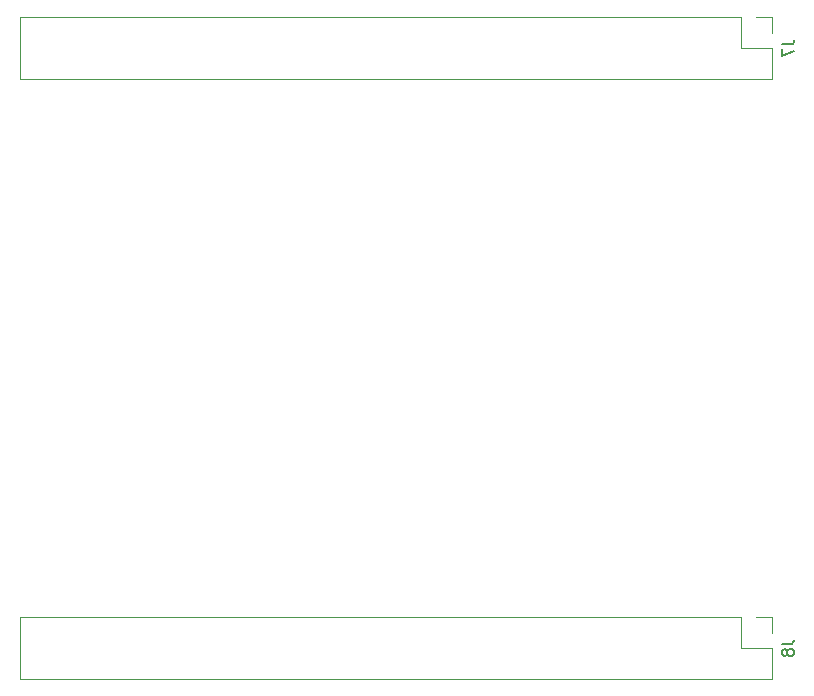
<source format=gbr>
%TF.GenerationSoftware,KiCad,Pcbnew,8.0.0*%
%TF.CreationDate,2024-05-21T23:25:33-06:00*%
%TF.ProjectId,2024_Discovery_DDS_Shield,32303234-5f44-4697-9363-6f766572795f,rev?*%
%TF.SameCoordinates,Original*%
%TF.FileFunction,Legend,Bot*%
%TF.FilePolarity,Positive*%
%FSLAX46Y46*%
G04 Gerber Fmt 4.6, Leading zero omitted, Abs format (unit mm)*
G04 Created by KiCad (PCBNEW 8.0.0) date 2024-05-21 23:25:33*
%MOMM*%
%LPD*%
G01*
G04 APERTURE LIST*
%ADD10C,0.150000*%
%ADD11C,0.120000*%
G04 APERTURE END LIST*
D10*
X150175419Y-51723866D02*
X150889704Y-51723866D01*
X150889704Y-51723866D02*
X151032561Y-51676247D01*
X151032561Y-51676247D02*
X151127800Y-51581009D01*
X151127800Y-51581009D02*
X151175419Y-51438152D01*
X151175419Y-51438152D02*
X151175419Y-51342914D01*
X150175419Y-52104819D02*
X150175419Y-52771485D01*
X150175419Y-52771485D02*
X151175419Y-52342914D01*
X150150019Y-102523866D02*
X150864304Y-102523866D01*
X150864304Y-102523866D02*
X151007161Y-102476247D01*
X151007161Y-102476247D02*
X151102400Y-102381009D01*
X151102400Y-102381009D02*
X151150019Y-102238152D01*
X151150019Y-102238152D02*
X151150019Y-102142914D01*
X150578590Y-103142914D02*
X150530971Y-103047676D01*
X150530971Y-103047676D02*
X150483352Y-103000057D01*
X150483352Y-103000057D02*
X150388114Y-102952438D01*
X150388114Y-102952438D02*
X150340495Y-102952438D01*
X150340495Y-102952438D02*
X150245257Y-103000057D01*
X150245257Y-103000057D02*
X150197638Y-103047676D01*
X150197638Y-103047676D02*
X150150019Y-103142914D01*
X150150019Y-103142914D02*
X150150019Y-103333390D01*
X150150019Y-103333390D02*
X150197638Y-103428628D01*
X150197638Y-103428628D02*
X150245257Y-103476247D01*
X150245257Y-103476247D02*
X150340495Y-103523866D01*
X150340495Y-103523866D02*
X150388114Y-103523866D01*
X150388114Y-103523866D02*
X150483352Y-103476247D01*
X150483352Y-103476247D02*
X150530971Y-103428628D01*
X150530971Y-103428628D02*
X150578590Y-103333390D01*
X150578590Y-103333390D02*
X150578590Y-103142914D01*
X150578590Y-103142914D02*
X150626209Y-103047676D01*
X150626209Y-103047676D02*
X150673828Y-103000057D01*
X150673828Y-103000057D02*
X150769066Y-102952438D01*
X150769066Y-102952438D02*
X150959542Y-102952438D01*
X150959542Y-102952438D02*
X151054780Y-103000057D01*
X151054780Y-103000057D02*
X151102400Y-103047676D01*
X151102400Y-103047676D02*
X151150019Y-103142914D01*
X151150019Y-103142914D02*
X151150019Y-103333390D01*
X151150019Y-103333390D02*
X151102400Y-103428628D01*
X151102400Y-103428628D02*
X151054780Y-103476247D01*
X151054780Y-103476247D02*
X150959542Y-103523866D01*
X150959542Y-103523866D02*
X150769066Y-103523866D01*
X150769066Y-103523866D02*
X150673828Y-103476247D01*
X150673828Y-103476247D02*
X150626209Y-103428628D01*
X150626209Y-103428628D02*
X150578590Y-103333390D01*
D11*
%TO.C,J7*%
X85660600Y-49457200D02*
X85660600Y-54657200D01*
X85660600Y-49457200D02*
X146680600Y-49457200D01*
X85660600Y-54657200D02*
X149280600Y-54657200D01*
X146680600Y-49457200D02*
X146680600Y-52057200D01*
X146680600Y-52057200D02*
X149280600Y-52057200D01*
X147950600Y-49457200D02*
X149280600Y-49457200D01*
X149280600Y-49457200D02*
X149280600Y-50787200D01*
X149280600Y-52057200D02*
X149280600Y-54657200D01*
%TO.C,J8*%
X85635200Y-100257200D02*
X85635200Y-105457200D01*
X85635200Y-100257200D02*
X146655200Y-100257200D01*
X85635200Y-105457200D02*
X149255200Y-105457200D01*
X146655200Y-100257200D02*
X146655200Y-102857200D01*
X146655200Y-102857200D02*
X149255200Y-102857200D01*
X147925200Y-100257200D02*
X149255200Y-100257200D01*
X149255200Y-100257200D02*
X149255200Y-101587200D01*
X149255200Y-102857200D02*
X149255200Y-105457200D01*
%TD*%
M02*

</source>
